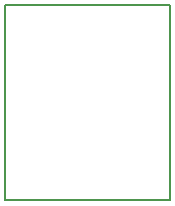
<source format=gm1>
G04 #@! TF.GenerationSoftware,KiCad,Pcbnew,(5.0.1-3-g963ef8bb5)*
G04 #@! TF.CreationDate,2019-02-27T23:12:09+01:00*
G04 #@! TF.ProjectId,TLM-v1,544C4D2D76312E6B696361645F706362,1.0*
G04 #@! TF.SameCoordinates,Original*
G04 #@! TF.FileFunction,Profile,NP*
%FSLAX46Y46*%
G04 Gerber Fmt 4.6, Leading zero omitted, Abs format (unit mm)*
G04 Created by KiCad (PCBNEW (5.0.1-3-g963ef8bb5)) date 2019 February 27, Wednesday 23:12:09*
%MOMM*%
%LPD*%
G01*
G04 APERTURE LIST*
%ADD10C,0.150000*%
G04 APERTURE END LIST*
D10*
X143256000Y-73025000D02*
X129286000Y-73025000D01*
X143256000Y-89535000D02*
X143256000Y-73025000D01*
X129286000Y-89535000D02*
X143256000Y-89535000D01*
X129286000Y-73025000D02*
X129286000Y-89535000D01*
M02*

</source>
